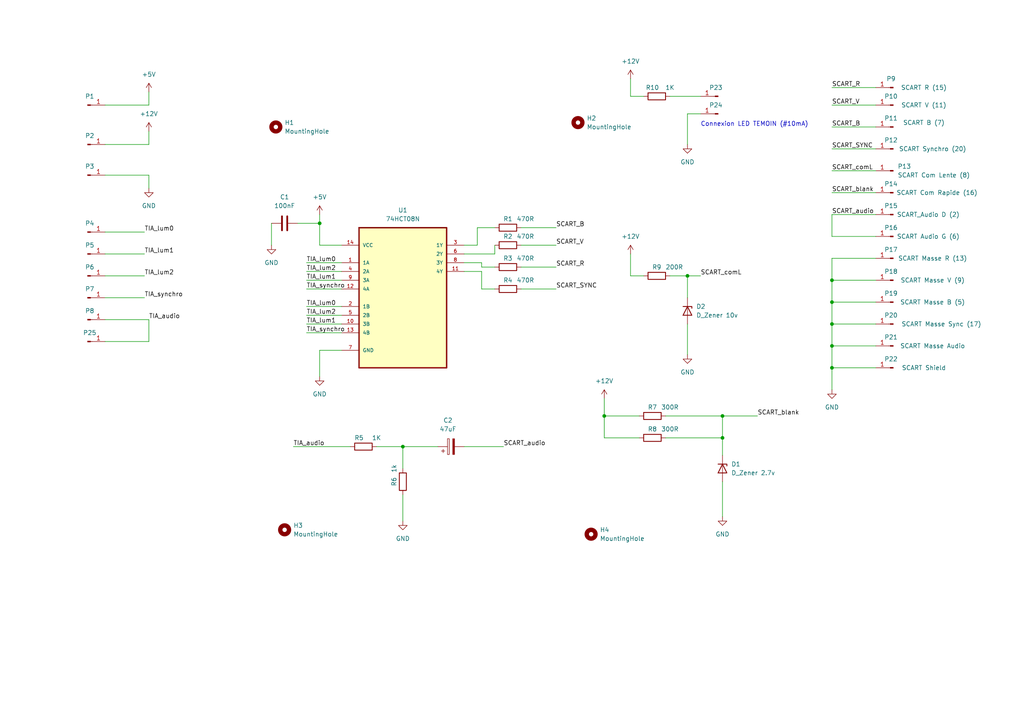
<source format=kicad_sch>
(kicad_sch (version 20230121) (generator eeschema)
  (paper "A4")
  (lib_symbols
    (symbol "74xx:74HCT08N" (pin_names (offset 1.016))
      (property "Reference" "U" (at -5.5118 20.6248 0))
      (property "Value" "74HCT08N" (at -3.6322 -27.813 0))
      (symbol "74HCT08N_0_0"
        (rectangle (start -12.7 -22.86) (end 12.7 17.78) (stroke (width 0.4064)) (fill (type background)))
        (pin input line (at -17.78 7.62 0) (length 5.08) (name "1A") (number "1"))
        (pin input line (at -17.78 -10.16 0) (length 5.08) (name "3B") (number "10"))
        (pin output line (at 17.78 5.08 180) (length 5.08) (name "4Y") (number "11"))
        (pin input line (at -17.78 0 0) (length 5.08) (name "4A") (number "12"))
        (pin input line (at -17.78 -12.7 0) (length 5.08) (name "4B") (number "13"))
        (pin power_in line (at -17.78 12.7 0) (length 5.08) (name "VCC") (number "14"))
        (pin input line (at -17.78 -5.08 0) (length 5.08) (name "1B") (number "2"))
        (pin output line (at 17.78 12.7 180) (length 5.08) (name "1Y") (number "3"))
        (pin input line (at -17.78 5.08 0) (length 5.08) (name "2A") (number "4"))
        (pin input line (at -17.78 -7.62 0) (length 5.08) (name "2B") (number "5"))
        (pin output line (at 17.78 10.16 180) (length 5.08) (name "2Y") (number "6"))
        (pin passive line (at -17.78 -17.78 0) (length 5.08) (name "GND") (number "7"))
        (pin output line (at 17.78 7.62 180) (length 5.08) (name "3Y") (number "8"))
        (pin input line (at -17.78 2.54 0) (length 5.08) (name "3A") (number "9"))
      )
    )
    (symbol "Connector:Conn_01x01_Pin" (pin_names (offset 1.016) hide)
      (property "Reference" "J" (at 0 2.54 0))
      (property "Value" "Conn_01x01_Pin" (at 0 -2.54 0))
      (symbol "Conn_01x01_Pin_1_1"
        (polyline (pts (xy 1.27 0) (xy 0.8636 0)) (stroke (width 0.1524)))
        (rectangle (start 0.8636 0.127) (end 0 -0.127) (stroke (width 0.1524)) (fill (type outline)))
        (pin passive line (at 5.08 0 180) (length 3.81) (name "Pin_1") (number "1"))
      )
    )
    (symbol "Device:C" (pin_numbers hide) (pin_names (offset 0.254))
      (property "Reference" "C" (at 0.635 2.54 0))
      (property "Value" "C" (at 0.635 -2.54 0))
      (symbol "C_0_1"
        (polyline (pts (xy -2.032 -0.762) (xy 2.032 -0.762)) (stroke (width 0.508)))
        (polyline (pts (xy -2.032 0.762) (xy 2.032 0.762)) (stroke (width 0.508)))
      )
      (symbol "C_1_1"
        (pin passive line (at 0 3.81 270) (length 2.794) (name "~") (number "1"))
        (pin passive line (at 0 -3.81 90) (length 2.794) (name "~") (number "2"))
      )
    )
    (symbol "Device:C_Polarized" (pin_numbers hide) (pin_names (offset 0.254))
      (property "Reference" "C" (at 0.635 2.54 0))
      (property "Value" "C_Polarized" (at 0.635 -2.54 0))
      (symbol "C_Polarized_0_1"
        (rectangle (start -2.286 0.508) (end 2.286 1.016))
        (polyline (pts (xy -1.778 2.286) (xy -0.762 2.286)))
        (polyline (pts (xy -1.27 2.794) (xy -1.27 1.778)))
        (rectangle (start 2.286 -0.508) (end -2.286 -1.016) (fill (type outline)))
      )
      (symbol "C_Polarized_1_1"
        (pin passive line (at 0 3.81 270) (length 2.794) (name "~") (number "1"))
        (pin passive line (at 0 -3.81 90) (length 2.794) (name "~") (number "2"))
      )
    )
    (symbol "Device:D_Zener" (pin_numbers hide) (pin_names (offset 1.016) hide)
      (property "Reference" "D" (at 0 2.54 0))
      (property "Value" "D_Zener" (at 0 -2.54 0))
      (symbol "D_Zener_0_1"
        (polyline (pts (xy 1.27 0) (xy -1.27 0)))
        (polyline (pts (xy -1.27 -1.27) (xy -1.27 1.27) (xy -0.762 1.27)) (stroke (width 0.254)))
        (polyline (pts (xy 1.27 -1.27) (xy 1.27 1.27) (xy -1.27 0) (xy 1.27 -1.27)) (stroke (width 0.254)))
      )
      (symbol "D_Zener_1_1"
        (pin passive line (at -3.81 0 0) (length 2.54) (name "K") (number "1"))
        (pin passive line (at 3.81 0 180) (length 2.54) (name "A") (number "2"))
      )
    )
    (symbol "Device:R" (pin_numbers hide) (pin_names (offset 0))
      (property "Reference" "R" (at 2.032 0 90))
      (property "Value" "R" (at 0 0 90))
      (symbol "R_0_1"
        (rectangle (start -1.016 -2.54) (end 1.016 2.54) (stroke (width 0.254)))
      )
      (symbol "R_1_1"
        (pin passive line (at 0 3.81 270) (length 1.27) (name "~") (number "1"))
        (pin passive line (at 0 -3.81 90) (length 1.27) (name "~") (number "2"))
      )
    )
    (symbol "Mechanical:MountingHole" (pin_names (offset 1.016))
      (property "Reference" "H" (at 0 5.08 0))
      (property "Value" "MountingHole" (at 0 3.175 0))
      (symbol "MountingHole_0_1"
        (circle (center 0 0) (radius 1.27) (stroke (width 1.27)))
      )
    )
    (symbol "power:+12V" (power) (pin_names (offset 0))
      (property "Value" "+12V" (at 0 3.556 0))
      (symbol "+12V_0_1"
        (polyline (pts (xy -0.762 1.27) (xy 0 2.54)))
        (polyline (pts (xy 0 0) (xy 0 2.54)))
        (polyline (pts (xy 0 2.54) (xy 0.762 1.27)))
      )
      (symbol "+12V_1_1"
        (pin power_in line (at 0 0 90) (length 0) hide (name "+12V") (number "1"))
      )
    )
    (symbol "power:+5V" (power) (pin_names (offset 0))
      (property "Value" "+5V" (at 0 3.556 0))
      (symbol "+5V_0_1"
        (polyline (pts (xy -0.762 1.27) (xy 0 2.54)))
        (polyline (pts (xy 0 0) (xy 0 2.54)))
        (polyline (pts (xy 0 2.54) (xy 0.762 1.27)))
      )
      (symbol "+5V_1_1"
        (pin power_in line (at 0 0 90) (length 0) hide (name "+5V") (number "1"))
      )
    )
    (symbol "power:GND" (power) (pin_names (offset 0))
      (property "Value" "GND" (at 0 -3.81 0))
      (symbol "GND_0_1"
        (polyline (pts (xy 0 0) (xy 0 -1.27) (xy 1.27 -1.27) (xy 0 -2.54) (xy -1.27 -1.27) (xy 0 -1.27)))
      )
      (symbol "GND_1_1"
        (pin power_in line (at 0 0 270) (length 0) hide (name "GND") (number "1"))
      )
    )
  )
  (junction (at 92.71 64.77))
  (junction (at 241.3 87.63))
  (junction (at 116.84 129.54))
  (junction (at 175.26 120.65))
  (junction (at 241.3 100.33))
  (junction (at 209.55 127))
  (junction (at 241.3 93.98))
  (junction (at 199.39 80.01))
  (junction (at 241.3 81.28))
  (junction (at 209.55 120.65))
  (junction (at 241.3 106.68))
  (wire (pts (xy 241.3 106.68) (xy 254 106.68)))
  (wire (pts (xy 116.84 129.54) (xy 127 129.54)))
  (wire (pts (xy 241.3 30.48) (xy 254 30.48)))
  (wire (pts (xy 43.18 38.1) (xy 43.18 41.91)))
  (wire (pts (xy 151.13 66.04) (xy 161.29 66.04)))
  (wire (pts (xy 209.55 120.65) (xy 209.55 127)))
  (wire (pts (xy 254 68.58) (xy 241.3 68.58)))
  (wire (pts (xy 30.48 99.06) (xy 43.18 99.06)))
  (wire (pts (xy 151.13 83.82) (xy 161.29 83.82)))
  (wire (pts (xy 116.84 143.51) (xy 116.84 151.13)))
  (wire (pts (xy 30.48 41.91) (xy 43.18 41.91)))
  (wire (pts (xy 99.06 71.12) (xy 92.71 71.12)))
  (wire (pts (xy 241.3 93.98) (xy 254 93.98)))
  (wire (pts (xy 151.13 71.12) (xy 161.29 71.12)))
  (wire (pts (xy 41.91 67.31) (xy 30.48 67.31)))
  (wire (pts (xy 41.91 80.01) (xy 30.48 80.01)))
  (wire (pts (xy 134.62 73.66) (xy 143.51 73.66)))
  (wire (pts (xy 193.04 127) (xy 209.55 127)))
  (wire (pts (xy 241.3 68.58) (xy 241.3 62.23)))
  (wire (pts (xy 182.88 22.86) (xy 182.88 27.94)))
  (wire (pts (xy 199.39 93.98) (xy 199.39 102.87)))
  (wire (pts (xy 209.55 120.65) (xy 219.71 120.65)))
  (wire (pts (xy 78.74 64.77) (xy 78.74 71.12)))
  (wire (pts (xy 88.9 83.82) (xy 99.06 83.82)))
  (wire (pts (xy 143.51 73.66) (xy 143.51 71.12)))
  (wire (pts (xy 175.26 127) (xy 185.42 127)))
  (wire (pts (xy 88.9 78.74) (xy 99.06 78.74)))
  (wire (pts (xy 139.7 77.47) (xy 143.51 77.47)))
  (wire (pts (xy 241.3 100.33) (xy 254 100.33)))
  (wire (pts (xy 186.69 27.94) (xy 182.88 27.94)))
  (wire (pts (xy 175.26 120.65) (xy 185.42 120.65)))
  (wire (pts (xy 241.3 106.68) (xy 241.3 100.33)))
  (wire (pts (xy 139.7 83.82) (xy 143.51 83.82)))
  (wire (pts (xy 241.3 43.18) (xy 254 43.18)))
  (wire (pts (xy 241.3 25.4) (xy 254 25.4)))
  (wire (pts (xy 88.9 93.98) (xy 99.06 93.98)))
  (wire (pts (xy 139.7 78.74) (xy 139.7 83.82)))
  (wire (pts (xy 241.3 62.23) (xy 254 62.23)))
  (wire (pts (xy 241.3 55.88) (xy 254 55.88)))
  (wire (pts (xy 43.18 26.67) (xy 43.18 30.48)))
  (wire (pts (xy 92.71 101.6) (xy 92.71 109.22)))
  (wire (pts (xy 88.9 96.52) (xy 99.06 96.52)))
  (wire (pts (xy 209.55 127) (xy 209.55 132.08)))
  (wire (pts (xy 203.2 33.02) (xy 199.39 33.02)))
  (wire (pts (xy 199.39 33.02) (xy 199.39 41.91)))
  (wire (pts (xy 92.71 71.12) (xy 92.71 64.77)))
  (wire (pts (xy 134.62 76.2) (xy 139.7 76.2)))
  (wire (pts (xy 41.91 73.66) (xy 30.48 73.66)))
  (wire (pts (xy 241.3 74.93) (xy 254 74.93)))
  (wire (pts (xy 116.84 129.54) (xy 116.84 135.89)))
  (wire (pts (xy 241.3 87.63) (xy 254 87.63)))
  (wire (pts (xy 194.31 80.01) (xy 199.39 80.01)))
  (wire (pts (xy 109.22 129.54) (xy 116.84 129.54)))
  (wire (pts (xy 199.39 80.01) (xy 203.2 80.01)))
  (wire (pts (xy 30.48 30.48) (xy 43.18 30.48)))
  (wire (pts (xy 194.31 27.94) (xy 203.2 27.94)))
  (wire (pts (xy 175.26 115.57) (xy 175.26 120.65)))
  (wire (pts (xy 241.3 81.28) (xy 241.3 74.93)))
  (wire (pts (xy 193.04 120.65) (xy 209.55 120.65)))
  (wire (pts (xy 138.43 71.12) (xy 138.43 66.04)))
  (wire (pts (xy 175.26 120.65) (xy 175.26 127)))
  (wire (pts (xy 151.13 77.47) (xy 161.29 77.47)))
  (wire (pts (xy 139.7 76.2) (xy 139.7 77.47)))
  (wire (pts (xy 85.09 129.54) (xy 101.6 129.54)))
  (wire (pts (xy 134.62 71.12) (xy 138.43 71.12)))
  (wire (pts (xy 88.9 91.44) (xy 99.06 91.44)))
  (wire (pts (xy 99.06 101.6) (xy 92.71 101.6)))
  (wire (pts (xy 199.39 80.01) (xy 199.39 86.36)))
  (wire (pts (xy 241.3 93.98) (xy 241.3 87.63)))
  (wire (pts (xy 241.3 113.03) (xy 241.3 106.68)))
  (wire (pts (xy 88.9 76.2) (xy 99.06 76.2)))
  (wire (pts (xy 182.88 73.66) (xy 182.88 80.01)))
  (wire (pts (xy 209.55 139.7) (xy 209.55 149.86)))
  (wire (pts (xy 88.9 88.9) (xy 99.06 88.9)))
  (wire (pts (xy 241.3 87.63) (xy 241.3 81.28)))
  (wire (pts (xy 30.48 92.71) (xy 43.18 92.71)))
  (wire (pts (xy 134.62 78.74) (xy 139.7 78.74)))
  (wire (pts (xy 241.3 49.53) (xy 254 49.53)))
  (wire (pts (xy 41.91 86.36) (xy 30.48 86.36)))
  (wire (pts (xy 241.3 81.28) (xy 254 81.28)))
  (wire (pts (xy 92.71 64.77) (xy 92.71 62.23)))
  (wire (pts (xy 138.43 66.04) (xy 143.51 66.04)))
  (wire (pts (xy 88.9 81.28) (xy 99.06 81.28)))
  (wire (pts (xy 30.48 50.8) (xy 43.18 50.8)))
  (wire (pts (xy 43.18 50.8) (xy 43.18 54.61)))
  (wire (pts (xy 134.62 129.54) (xy 146.05 129.54)))
  (wire (pts (xy 86.36 64.77) (xy 92.71 64.77)))
  (wire (pts (xy 182.88 80.01) (xy 186.69 80.01)))
  (wire (pts (xy 241.3 36.83) (xy 254 36.83)))
  (wire (pts (xy 241.3 100.33) (xy 241.3 93.98)))
  (wire (pts (xy 43.18 92.71) (xy 43.18 99.06)))
  (text "Connexion LED TEMOIN (#10mA)" (at 203.2 36.83 0) (effects (font (size 1.27 1.27)) (justify left bottom)))
  (label "TIA_lum2" (at 41.91 80.01 0))
  (label "SCART_comL" (at 203.2 80.01 0))
  (label "SCART_audio" (at 146.05 129.54 0))
  (label "TIA_lum2" (at 88.9 91.44 0))
  (label "SCART_comL" (at 241.3 49.53 0))
  (label "TIA_lum1" (at 41.91 73.66 0))
  (label "SCART_blank" (at 241.3 55.88 0))
  (label "TIA_synchro" (at 88.9 96.52 0))
  (label "SCART_V" (at 241.3 30.48 0))
  (label "SCART_R" (at 241.3 25.4 0))
  (label "TIA_lum0" (at 88.9 76.2 0))
  (label "SCART_blank" (at 219.71 120.65 0))
  (label "TIA_lum0" (at 88.9 88.9 0))
  (label "TIA_audio" (at 85.09 129.54 0))
  (label "TIA_synchro" (at 41.91 86.36 0))
  (label "TIA_lum0" (at 41.91 67.31 0))
  (label "SCART_audio" (at 241.3 62.23 0))
  (label "TIA_lum2" (at 88.9 78.74 0))
  (label "TIA_audio" (at 43.18 92.71 0))
  (label "SCART_B" (at 241.3 36.83 0))
  (label "TIA_synchro" (at 88.9 83.82 0))
  (label "SCART_SYNC" (at 161.29 83.82 0))
  (label "SCART_R" (at 161.29 77.47 0))
  (label "SCART_SYNC" (at 241.3 43.18 0))
  (label "TIA_lum1" (at 88.9 93.98 0))
  (label "TIA_lum1" (at 88.9 81.28 0))
  (label "SCART_B" (at 161.29 66.04 0))
  (label "SCART_V" (at 161.29 71.12 0))
  (symbol (lib_id "Connector:Conn_01x01_Pin") (at 25.4 41.91 0) (unit 1)
    (property "Reference" "P2" (at 26.035 39.37 0))
    (property "Value" "Conn_01x01_Pin" (effects hide))
    (property "Footprint" "Connector_Wire:SolderWire-0.5sqmm_1x01_D0.9mm_OD2.1mm" (effects hide))
  )
  (symbol (lib_id "Device:R") (at 147.32 83.82 90) (unit 1)
    (property "Reference" "R4" (at 147.32 81.28 90))
    (property "Value" "470R" (at 152.4 81.28 90))
    (property "Footprint" "Resistor_THT:R_Axial_DIN0207_L6.3mm_D2.5mm_P10.16mm_Horizontal" (effects hide))
  )
  (symbol (lib_id "Connector:Conn_01x01_Pin") (at 259.08 68.58 0) (mirror y) (unit 1)
    (property "Reference" "P16" (at 258.445 66.04 0))
    (property "Value" "SCART Audio G (6)" (at 269.24 68.58 0))
    (property "Footprint" "Connector_Wire:SolderWire-0.5sqmm_1x01_D0.9mm_OD2.1mm" (effects hide))
  )
  (symbol (lib_id "Device:C") (at 82.55 64.77 90) (unit 1)
    (property "Reference" "C1" (at 82.55 57.15 90))
    (property "Value" "100nF" (at 82.55 59.69 90))
    (property "Footprint" "Capacitor_THT:C_Disc_D4.7mm_W2.5mm_P5.00mm" (effects hide))
  )
  (symbol (lib_id "Connector:Conn_01x01_Pin") (at 25.4 67.31 0) (unit 1)
    (property "Reference" "P4" (at 26.035 64.77 0))
    (property "Value" "Conn_01x01_Pin" (effects hide))
    (property "Footprint" "Connector_Wire:SolderWire-0.5sqmm_1x01_D0.9mm_OD2.1mm" (effects hide))
  )
  (symbol (lib_id "Connector:Conn_01x01_Pin") (at 25.4 73.66 0) (unit 1)
    (property "Reference" "P5" (at 26.035 71.12 0))
    (property "Value" "Conn_01x01_Pin" (effects hide))
    (property "Footprint" "Connector_Wire:SolderWire-0.5sqmm_1x01_D0.9mm_OD2.1mm" (effects hide))
  )
  (symbol (lib_id "Connector:Conn_01x01_Pin") (at 25.4 92.71 0) (unit 1)
    (property "Reference" "P8" (at 26.035 90.17 0))
    (property "Value" "Conn_01x01_Pin" (effects hide))
    (property "Footprint" "Connector_Wire:SolderWire-0.5sqmm_1x01_D0.9mm_OD2.1mm" (effects hide))
  )
  (symbol (lib_id "Connector:Conn_01x01_Pin") (at 259.08 62.23 0) (mirror y) (unit 1)
    (property "Reference" "P15" (at 258.445 59.69 0))
    (property "Value" "SCART_Audio D (2)" (at 269.24 62.23 0))
    (property "Footprint" "Connector_Wire:SolderWire-0.5sqmm_1x01_D0.9mm_OD2.1mm" (effects hide))
  )
  (symbol (lib_id "Mechanical:MountingHole") (at 82.55 153.67 0) (unit 1)
    (property "Reference" "H3" (at 85.09 152.4 0) (effects (justify left)))
    (property "Value" "MountingHole" (at 85.09 154.94 0) (effects (justify left)))
    (property "Footprint" "MountingHole:MountingHole_2.7mm_M2.5_DIN965_Pad" (effects hide))
  )
  (symbol (lib_id "Connector:Conn_01x01_Pin") (at 259.08 36.83 0) (mirror y) (unit 1)
    (property "Reference" "P11" (at 258.445 34.29 0))
    (property "Value" "SCART B (7)" (at 267.97 35.56 0))
    (property "Footprint" "Connector_Wire:SolderWire-0.5sqmm_1x01_D0.9mm_OD2.1mm" (effects hide))
  )
  (symbol (lib_id "Device:D_Zener") (at 199.39 90.17 270) (unit 1)
    (property "Reference" "D2" (at 201.93 88.9 90) (effects (justify left)))
    (property "Value" "D_Zener 10v" (at 201.93 91.44 90) (effects (justify left)))
    (property "Footprint" "Diode_THT:D_A-405_P10.16mm_Horizontal" (effects hide))
  )
  (symbol (lib_id "Mechanical:MountingHole") (at 80.01 36.83 0) (unit 1)
    (property "Reference" "H1" (at 82.55 35.56 0) (effects (justify left)))
    (property "Value" "MountingHole" (at 82.55 38.1 0) (effects (justify left)))
    (property "Footprint" "MountingHole:MountingHole_2.7mm_M2.5_DIN965_Pad" (effects hide))
  )
  (symbol (lib_id "power:GND") (at 199.39 102.87 0) (unit 1)
    (property "Reference" "#PWR07" (effects hide))
    (property "Value" "GND" (at 199.39 107.95 0))
  )
  (symbol (lib_id "Connector:Conn_01x01_Pin") (at 208.28 27.94 0) (mirror y) (unit 1)
    (property "Reference" "P23" (at 207.645 25.4 0))
    (property "Value" "Conn_01x01_Pin" (effects hide))
    (property "Footprint" "Connector_Wire:SolderWire-0.5sqmm_1x01_D0.9mm_OD2.1mm" (effects hide))
  )
  (symbol (lib_id "power:GND") (at 116.84 151.13 0) (unit 1)
    (property "Reference" "#PWR04" (effects hide))
    (property "Value" "GND" (at 116.84 156.21 0))
  )
  (symbol (lib_id "power:GND") (at 78.74 71.12 0) (unit 1)
    (property "Reference" "#PWR03" (effects hide))
    (property "Value" "GND" (at 78.74 76.2 0))
  )
  (symbol (lib_id "power:+5V") (at 92.71 62.23 0) (unit 1)
    (property "Reference" "#PWR02" (effects hide))
    (property "Value" "+5V" (at 92.71 57.15 0))
  )
  (symbol (lib_id "Connector:Conn_01x01_Pin") (at 259.08 106.68 0) (mirror y) (unit 1)
    (property "Reference" "P22" (at 258.445 104.14 0))
    (property "Value" "SCART Shield" (at 267.97 106.68 0))
    (property "Footprint" "Connector_Wire:SolderWire-0.5sqmm_1x01_D0.9mm_OD2.1mm" (effects hide))
  )
  (symbol (lib_id "Device:C_Polarized") (at 130.81 129.54 90) (unit 1)
    (property "Reference" "C2" (at 129.921 121.92 90))
    (property "Value" "47uF" (at 129.921 124.46 90))
    (property "Footprint" "Capacitor_THT:CP_Radial_D6.3mm_P2.50mm" (effects hide))
  )
  (symbol (lib_id "power:GND") (at 92.71 109.22 0) (unit 1)
    (property "Reference" "#PWR01" (effects hide))
    (property "Value" "GND" (at 92.71 114.3 0))
  )
  (symbol (lib_id "Device:R") (at 147.32 71.12 90) (unit 1)
    (property "Reference" "R2" (at 147.32 68.58 90))
    (property "Value" "470R" (at 152.4 68.58 90))
    (property "Footprint" "Resistor_THT:R_Axial_DIN0207_L6.3mm_D2.5mm_P10.16mm_Horizontal" (effects hide))
  )
  (symbol (lib_id "Device:R") (at 190.5 80.01 90) (unit 1)
    (property "Reference" "R9" (at 190.5 77.47 90))
    (property "Value" "200R" (at 195.58 77.47 90))
    (property "Footprint" "Resistor_THT:R_Axial_DIN0207_L6.3mm_D2.5mm_P10.16mm_Horizontal" (effects hide))
  )
  (symbol (lib_id "Connector:Conn_01x01_Pin") (at 259.08 100.33 0) (mirror y) (unit 1)
    (property "Reference" "P21" (at 258.445 97.79 0))
    (property "Value" "SCART Masse Audio" (at 270.51 100.33 0))
    (property "Footprint" "Connector_Wire:SolderWire-0.5sqmm_1x01_D0.9mm_OD2.1mm" (effects hide))
  )
  (symbol (lib_id "Device:R") (at 147.32 77.47 90) (unit 1)
    (property "Reference" "R3" (at 147.32 74.93 90))
    (property "Value" "470R" (at 152.4 74.93 90))
    (property "Footprint" "Resistor_THT:R_Axial_DIN0207_L6.3mm_D2.5mm_P10.16mm_Horizontal" (effects hide))
  )
  (symbol (lib_id "Device:R") (at 189.23 120.65 90) (unit 1)
    (property "Reference" "R7" (at 189.23 118.11 90))
    (property "Value" "300R" (at 194.31 118.11 90))
    (property "Footprint" "Resistor_THT:R_Axial_DIN0207_L6.3mm_D2.5mm_P10.16mm_Horizontal" (effects hide))
  )
  (symbol (lib_id "Connector:Conn_01x01_Pin") (at 259.08 55.88 0) (mirror y) (unit 1)
    (property "Reference" "P14" (at 258.445 53.34 0))
    (property "Value" "SCART Com Rapide (16)" (at 271.78 55.88 0))
    (property "Footprint" "Connector_Wire:SolderWire-0.5sqmm_1x01_D0.9mm_OD2.1mm" (effects hide))
  )
  (symbol (lib_id "Connector:Conn_01x01_Pin") (at 259.08 74.93 0) (mirror y) (unit 1)
    (property "Reference" "P17" (at 258.445 72.39 0))
    (property "Value" "SCART Masse R (13)" (at 270.51 74.93 0))
    (property "Footprint" "Connector_Wire:SolderWire-0.5sqmm_1x01_D0.9mm_OD2.1mm" (effects hide))
  )
  (symbol (lib_id "power:GND") (at 43.18 54.61 0) (unit 1)
    (property "Reference" "#PWR012" (effects hide))
    (property "Value" "GND" (at 43.18 59.69 0))
  )
  (symbol (lib_id "Connector:Conn_01x01_Pin") (at 25.4 80.01 0) (unit 1)
    (property "Reference" "P6" (at 26.035 77.47 0))
    (property "Value" "Conn_01x01_Pin" (effects hide))
    (property "Footprint" "Connector_Wire:SolderWire-0.5sqmm_1x01_D0.9mm_OD2.1mm" (effects hide))
  )
  (symbol (lib_id "Connector:Conn_01x01_Pin") (at 25.4 99.06 0) (unit 1)
    (property "Reference" "P25" (at 26.035 96.52 0))
    (property "Value" "Conn_01x01_Pin" (effects hide))
    (property "Footprint" "Connector_Wire:SolderWire-0.5sqmm_1x01_D0.9mm_OD2.1mm" (effects hide))
  )
  (symbol (lib_id "Device:R") (at 147.32 66.04 90) (unit 1)
    (property "Reference" "R1" (at 147.32 63.5 90))
    (property "Value" "470R" (at 152.4 63.5 90))
    (property "Footprint" "Resistor_THT:R_Axial_DIN0207_L6.3mm_D2.5mm_P10.16mm_Horizontal" (effects hide))
  )
  (symbol (lib_id "Connector:Conn_01x01_Pin") (at 259.08 30.48 0) (mirror y) (unit 1)
    (property "Reference" "P10" (at 258.445 27.94 0))
    (property "Value" "SCART V (11)" (at 267.97 30.48 0))
    (property "Footprint" "Connector_Wire:SolderWire-0.5sqmm_1x01_D0.9mm_OD2.1mm" (effects hide))
  )
  (symbol (lib_id "Connector:Conn_01x01_Pin") (at 259.08 87.63 0) (mirror y) (unit 1)
    (property "Reference" "P19" (at 258.445 85.09 0))
    (property "Value" "SCART Masse B (5)" (at 270.51 87.63 0))
    (property "Footprint" "Connector_Wire:SolderWire-0.5sqmm_1x01_D0.9mm_OD2.1mm" (effects hide))
  )
  (symbol (lib_id "power:+12V") (at 43.18 38.1 0) (unit 1)
    (property "Reference" "#PWR013" (effects hide))
    (property "Value" "+12V" (at 43.18 33.02 0))
  )
  (symbol (lib_id "Device:R") (at 116.84 139.7 180) (unit 1)
    (property "Reference" "R6" (at 114.3 139.7 90))
    (property "Value" "1k" (at 114.3 135.89 90))
    (property "Footprint" "Resistor_THT:R_Axial_DIN0207_L6.3mm_D2.5mm_P10.16mm_Horizontal" (effects hide))
  )
  (symbol (lib_id "power:+12V") (at 182.88 73.66 0) (unit 1)
    (property "Reference" "#PWR08" (effects hide))
    (property "Value" "+12V" (at 182.88 68.58 0))
  )
  (symbol (lib_id "Connector:Conn_01x01_Pin") (at 259.08 43.18 0) (mirror y) (unit 1)
    (property "Reference" "P12" (at 258.445 40.64 0))
    (property "Value" "SCART Synchro (20)" (at 270.51 43.18 0))
    (property "Footprint" "Connector_Wire:SolderWire-0.5sqmm_1x01_D0.9mm_OD2.1mm" (effects hide))
  )
  (symbol (lib_id "Connector:Conn_01x01_Pin") (at 25.4 50.8 0) (unit 1)
    (property "Reference" "P3" (at 26.035 48.26 0))
    (property "Value" "Conn_01x01_Pin" (effects hide))
    (property "Footprint" "Connector_Wire:SolderWire-0.5sqmm_1x01_D0.9mm_OD2.1mm" (effects hide))
  )
  (symbol (lib_id "power:GND") (at 209.55 149.86 0) (unit 1)
    (property "Reference" "#PWR05" (effects hide))
    (property "Value" "GND" (at 209.55 154.94 0))
  )
  (symbol (lib_id "power:+12V") (at 175.26 115.57 0) (unit 1)
    (property "Reference" "#PWR06" (effects hide))
    (property "Value" "+12V" (at 175.26 110.49 0))
  )
  (symbol (lib_id "Mechanical:MountingHole") (at 167.64 35.56 0) (unit 1)
    (property "Reference" "H2" (at 170.18 34.29 0) (effects (justify left)))
    (property "Value" "MountingHole" (at 170.18 36.83 0) (effects (justify left)))
    (property "Footprint" "MountingHole:MountingHole_2.7mm_M2.5_DIN965_Pad" (effects hide))
  )
  (symbol (lib_id "Connector:Conn_01x01_Pin") (at 259.08 25.4 0) (mirror y) (unit 1)
    (property "Reference" "P9" (at 258.445 22.86 0))
    (property "Value" "SCART R (15)" (at 267.97 25.4 0))
    (property "Footprint" "Connector_Wire:SolderWire-0.5sqmm_1x01_D0.9mm_OD2.1mm" (effects hide))
  )
  (symbol (lib_id "Connector:Conn_01x01_Pin") (at 259.08 49.53 0) (mirror y) (unit 1)
    (property "Reference" "P13" (at 260.35 48.26 0) (effects (justify right)))
    (property "Value" "SCART Com Lente (8)" (at 260.35 50.8 0) (effects (justify right)))
    (property "Footprint" "Connector_Wire:SolderWire-0.5sqmm_1x01_D0.9mm_OD2.1mm" (effects hide))
  )
  (symbol (lib_id "Connector:Conn_01x01_Pin") (at 259.08 93.98 0) (mirror y) (unit 1)
    (property "Reference" "P20" (at 258.445 91.44 0))
    (property "Value" "SCART Masse Sync (17)" (at 273.05 93.98 0))
    (property "Footprint" "Connector_Wire:SolderWire-0.5sqmm_1x01_D0.9mm_OD2.1mm" (effects hide))
  )
  (symbol (lib_id "Mechanical:MountingHole") (at 171.45 154.94 0) (unit 1)
    (property "Reference" "H4" (at 173.99 153.67 0) (effects (justify left)))
    (property "Value" "MountingHole" (at 173.99 156.21 0) (effects (justify left)))
    (property "Footprint" "MountingHole:MountingHole_2.7mm_M2.5_DIN965_Pad" (effects hide))
  )
  (symbol (lib_id "Device:R") (at 189.23 127 90) (unit 1)
    (property "Reference" "R8" (at 189.23 124.46 90))
    (property "Value" "300R" (at 194.31 124.46 90))
    (property "Footprint" "Resistor_THT:R_Axial_DIN0207_L6.3mm_D2.5mm_P10.16mm_Horizontal" (effects hide))
  )
  (symbol (lib_id "Device:D_Zener") (at 209.55 135.89 270) (unit 1)
    (property "Reference" "D1" (at 212.09 134.62 90) (effects (justify left)))
    (property "Value" "D_Zener 2.7v" (at 212.09 137.16 90) (effects (justify left)))
    (property "Footprint" "Diode_THT:D_A-405_P10.16mm_Horizontal" (effects hide))
  )
  (symbol (lib_id "Device:R") (at 105.41 129.54 90) (unit 1)
    (property "Reference" "R5" (at 104.14 127 90))
    (property "Value" "1K" (at 109.22 127 90))
    (property "Footprint" "Resistor_THT:R_Axial_DIN0207_L6.3mm_D2.5mm_P10.16mm_Horizontal" (effects hide))
  )
  (symbol (lib_id "power:GND") (at 241.3 113.03 0) (unit 1)
    (property "Reference" "#PWR011" (effects hide))
    (property "Value" "GND" (at 241.3 118.11 0))
  )
  (symbol (lib_id "74xx:74HCT08N") (at 116.84 83.82 0) (unit 1)
    (property "Reference" "U1" (at 116.84 60.96 0))
    (property "Value" "74HCT08N" (at 116.84 63.5 0))
    (property "Footprint" "LibraryKicadPerso:DIP254P762X420-14" (effects hide))
    (property "MF" "Texas Instruments" (effects hide))
    (property "Description" "\nAND Gate IC 4 Channel - 14-PDIP\n" (effects hide))
    (property "PACKAGE" "DIP-14" (effects hide))
    (property "MPN" "74HCT08N" (effects hide))
    (property "Price" "None" (effects hide))
    (property "Package" "DIP-14 NXP Semiconductors" (effects hide))
    (property "OC_FARNELL" "381792" (effects hide))
    (property "SnapEDA_Link" "https://www.snapeda.com/parts/74HCT08N/Texas+Instruments/view-part/?ref=snap" (effects hide))
    (property "MP" "74HCT08N" (effects hide))
    (property "SUPPLIER" "NXP" (effects hide))
    (property "OC_NEWARK" "07WX3522" (effects hide))
    (property "Availability" "In Stock" (effects hide))
    (property "Check_prices" "https://www.snapeda.com/parts/74HCT08N/Texas+Instruments/view-part/?ref=eda" (effects hide))
  )
  (symbol (lib_id "Connector:Conn_01x01_Pin") (at 208.28 33.02 0) (mirror y) (unit 1)
    (property "Reference" "P24" (at 207.645 30.48 0))
    (property "Value" "Conn_01x01_Pin" (effects hide))
    (property "Footprint" "Connector_Wire:SolderWire-0.5sqmm_1x01_D0.9mm_OD2.1mm" (effects hide))
  )
  (symbol (lib_id "Connector:Conn_01x01_Pin") (at 25.4 86.36 0) (unit 1)
    (property "Reference" "P7" (at 26.035 83.82 0))
    (property "Value" "Conn_01x01_Pin" (effects hide))
    (property "Footprint" "Connector_Wire:SolderWire-0.5sqmm_1x01_D0.9mm_OD2.1mm" (effects hide))
  )
  (symbol (lib_id "power:+12V") (at 182.88 22.86 0) (unit 1)
    (property "Reference" "#PWR09" (effects hide))
    (property "Value" "+12V" (at 182.88 17.78 0))
  )
  (symbol (lib_id "Connector:Conn_01x01_Pin") (at 259.08 81.28 0) (mirror y) (unit 1)
    (property "Reference" "P18" (at 258.445 78.74 0))
    (property "Value" "SCART Masse V (9)" (at 270.51 81.28 0))
    (property "Footprint" "Connector_Wire:SolderWire-0.5sqmm_1x01_D0.9mm_OD2.1mm" (effects hide))
  )
  (symbol (lib_id "power:+5V") (at 43.18 26.67 0) (unit 1)
    (property "Reference" "#PWR014" (effects hide))
    (property "Value" "+5V" (at 43.18 21.59 0))
  )
  (symbol (lib_id "Device:R") (at 190.5 27.94 90) (unit 1)
    (property "Reference" "R10" (at 189.23 25.4 90))
    (property "Value" "1K" (at 194.31 25.4 90))
    (property "Footprint" "Resistor_THT:R_Axial_DIN0207_L6.3mm_D2.5mm_P10.16mm_Horizontal" (effects hide))
  )
  (symbol (lib_id "Connector:Conn_01x01_Pin") (at 25.4 30.48 0) (unit 1)
    (property "Reference" "P1" (at 26.035 27.94 0))
    (property "Value" "Conn_01x01_Pin" (effects hide))
    (property "Footprint" "Connector_Wire:SolderWire-0.5sqmm_1x01_D0.9mm_OD2.1mm" (effects hide))
  )
  (symbol (lib_id "power:GND") (at 199.39 41.91 0) (unit 1)
    (property "Reference" "#PWR010" (effects hide))
    (property "Value" "GND" (at 199.39 46.99 0))
  )
)
</source>
